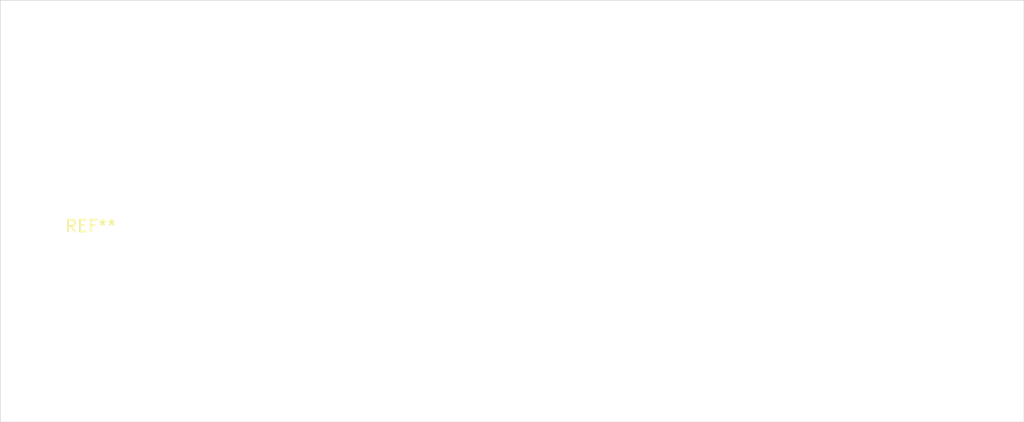
<source format=kicad_pcb>
(kicad_pcb (version 20171130) (host pcbnew "(5.1.10)-1")

  (general
    (thickness 1.6)
    (drawings 4)
    (tracks 0)
    (zones 0)
    (modules 1)
    (nets 1)
  )

  (page A4)
  (layers
    (0 F.Cu signal)
    (31 B.Cu signal)
    (32 B.Adhes user)
    (33 F.Adhes user)
    (34 B.Paste user)
    (35 F.Paste user)
    (36 B.SilkS user)
    (37 F.SilkS user)
    (38 B.Mask user)
    (39 F.Mask user)
    (40 Dwgs.User user)
    (41 Cmts.User user)
    (42 Eco1.User user)
    (43 Eco2.User user)
    (44 Edge.Cuts user)
    (45 Margin user)
    (46 B.CrtYd user)
    (47 F.CrtYd user)
    (48 B.Fab user)
    (49 F.Fab user)
  )

  (setup
    (last_trace_width 0.25)
    (trace_clearance 0.2)
    (zone_clearance 0.508)
    (zone_45_only no)
    (trace_min 0.2)
    (via_size 0.8)
    (via_drill 0.4)
    (via_min_size 0.4)
    (via_min_drill 0.3)
    (uvia_size 0.3)
    (uvia_drill 0.1)
    (uvias_allowed no)
    (uvia_min_size 0.2)
    (uvia_min_drill 0.1)
    (edge_width 0.05)
    (segment_width 0.2)
    (pcb_text_width 0.3)
    (pcb_text_size 1.5 1.5)
    (mod_edge_width 0.12)
    (mod_text_size 1 1)
    (mod_text_width 0.15)
    (pad_size 1.524 1.524)
    (pad_drill 0.762)
    (pad_to_mask_clearance 0)
    (aux_axis_origin 0 0)
    (visible_elements FFFFFF7F)
    (pcbplotparams
      (layerselection 0x00008_7ffffffe)
      (usegerberextensions false)
      (usegerberattributes true)
      (usegerberadvancedattributes true)
      (creategerberjobfile true)
      (excludeedgelayer true)
      (linewidth 0.100000)
      (plotframeref false)
      (viasonmask false)
      (mode 1)
      (useauxorigin false)
      (hpglpennumber 1)
      (hpglpenspeed 20)
      (hpglpendiameter 15.000000)
      (psnegative false)
      (psa4output false)
      (plotreference true)
      (plotvalue true)
      (plotinvisibletext false)
      (padsonsilk false)
      (subtractmaskfromsilk false)
      (outputformat 1)
      (mirror false)
      (drillshape 0)
      (scaleselection 1)
      (outputdirectory ""))
  )

  (net 0 "")

  (net_class Default "This is the default net class."
    (clearance 0.2)
    (trace_width 0.25)
    (via_dia 0.8)
    (via_drill 0.4)
    (uvia_dia 0.3)
    (uvia_drill 0.1)
  )

  (module unl_silab:TFPX_stencil_UNL_pattern (layer F.Cu) (tedit 6099A9FD) (tstamp 6099A6F6)
    (at 111.76 78.74)
    (fp_text reference REF** (at -15.24 10.16) (layer F.SilkS)
      (effects (font (size 1 1) (thickness 0.15)))
    )
    (fp_text value TFPX_stencil_UNL_pattern (at -12.7 8.89) (layer F.Fab)
      (effects (font (size 1 1) (thickness 0.15)))
    )
    (pad "" smd roundrect (at 53.71 7.91) (size 7.32 6.32) (layers F.Paste) (roundrect_rratio 0.4))
    (pad "" smd circle (at -11.29 7.91) (size 6.32 6.32) (layers F.Paste))
    (pad "" smd rect (at 20.8 15.82) (size 42.2 0.5) (layers F.Paste))
    (pad 1 smd rect (at 42 13.5) (size 1 0.5) (layers F.Paste))
    (pad 1 smd rect (at 40 13.5) (size 1 0.5) (layers F.Paste))
    (pad 1 smd rect (at 38 13.5) (size 1 0.5) (layers F.Paste))
    (pad 1 smd rect (at 36 13.5) (size 1 0.5) (layers F.Paste))
    (pad 1 smd rect (at 34 13.5) (size 1 0.5) (layers F.Paste))
    (pad 1 smd rect (at 32 13.5) (size 1 0.5) (layers F.Paste))
    (pad 1 smd rect (at 30 13.5) (size 1 0.5) (layers F.Paste))
    (pad 1 smd rect (at 28 13.5) (size 1 0.5) (layers F.Paste))
    (pad 1 smd rect (at 26 13.5) (size 1 0.5) (layers F.Paste))
    (pad 1 smd rect (at 24 13.5) (size 1 0.5) (layers F.Paste))
    (pad 1 smd rect (at 22 13.5) (size 1 0.5) (layers F.Paste))
    (pad 1 smd rect (at 20 13.5) (size 1 0.5) (layers F.Paste))
    (pad 1 smd rect (at 18 13.5) (size 1 0.5) (layers F.Paste))
    (pad 1 smd rect (at 16 13.5) (size 1 0.5) (layers F.Paste))
    (pad 1 smd rect (at 14 13.5) (size 1 0.5) (layers F.Paste))
    (pad 1 smd rect (at 12 13.5) (size 1 0.5) (layers F.Paste))
    (pad 1 smd rect (at 10 13.5) (size 1 0.5) (layers F.Paste))
    (pad 1 smd rect (at 8 13.5) (size 1 0.5) (layers F.Paste))
    (pad 1 smd rect (at 6 13.5) (size 1 0.5) (layers F.Paste))
    (pad 1 smd rect (at 4 13.5) (size 1 0.5) (layers F.Paste))
    (pad 1 smd rect (at 2 13.5) (size 1 0.5) (layers F.Paste))
    (pad 1 smd rect (at 0 13.5) (size 1 0.5) (layers F.Paste))
    (pad 1 smd rect (at 42 12) (size 1 0.5) (layers F.Paste))
    (pad 1 smd rect (at 40 12) (size 1 0.5) (layers F.Paste))
    (pad 1 smd rect (at 38 12) (size 1 0.5) (layers F.Paste))
    (pad 1 smd rect (at 36 12) (size 1 0.5) (layers F.Paste))
    (pad 1 smd rect (at 34 12) (size 1 0.5) (layers F.Paste))
    (pad 1 smd rect (at 32 12) (size 1 0.5) (layers F.Paste))
    (pad 1 smd rect (at 30 12) (size 1 0.5) (layers F.Paste))
    (pad 1 smd rect (at 28 12) (size 1 0.5) (layers F.Paste))
    (pad 1 smd rect (at 26 12) (size 1 0.5) (layers F.Paste))
    (pad 1 smd rect (at 24 12) (size 1 0.5) (layers F.Paste))
    (pad 1 smd rect (at 22 12) (size 1 0.5) (layers F.Paste))
    (pad 1 smd rect (at 20 12) (size 1 0.5) (layers F.Paste))
    (pad 1 smd rect (at 18 12) (size 1 0.5) (layers F.Paste))
    (pad 1 smd rect (at 16 12) (size 1 0.5) (layers F.Paste))
    (pad 1 smd rect (at 14 12) (size 1 0.5) (layers F.Paste))
    (pad 1 smd rect (at 12 12) (size 1 0.5) (layers F.Paste))
    (pad 1 smd rect (at 10 12) (size 1 0.5) (layers F.Paste))
    (pad 1 smd rect (at 8 12) (size 1 0.5) (layers F.Paste))
    (pad 1 smd rect (at 6 12) (size 1 0.5) (layers F.Paste))
    (pad 1 smd rect (at 4 12) (size 1 0.5) (layers F.Paste))
    (pad 1 smd rect (at 2 12) (size 1 0.5) (layers F.Paste))
    (pad 1 smd rect (at 0 12) (size 1 0.5) (layers F.Paste))
    (pad 1 smd rect (at 42 10.5) (size 1 0.5) (layers F.Paste))
    (pad 1 smd rect (at 40 10.5) (size 1 0.5) (layers F.Paste))
    (pad 1 smd rect (at 38 10.5) (size 1 0.5) (layers F.Paste))
    (pad 1 smd rect (at 36 10.5) (size 1 0.5) (layers F.Paste))
    (pad 1 smd rect (at 34 10.5) (size 1 0.5) (layers F.Paste))
    (pad 1 smd rect (at 32 10.5) (size 1 0.5) (layers F.Paste))
    (pad 1 smd rect (at 30 10.5) (size 1 0.5) (layers F.Paste))
    (pad 1 smd rect (at 28 10.5) (size 1 0.5) (layers F.Paste))
    (pad 1 smd rect (at 26 10.5) (size 1 0.5) (layers F.Paste))
    (pad 1 smd rect (at 24 10.5) (size 1 0.5) (layers F.Paste))
    (pad 1 smd rect (at 22 10.5) (size 1 0.5) (layers F.Paste))
    (pad 1 smd rect (at 20 10.5) (size 1 0.5) (layers F.Paste))
    (pad 1 smd rect (at 18 10.5) (size 1 0.5) (layers F.Paste))
    (pad 1 smd rect (at 16 10.5) (size 1 0.5) (layers F.Paste))
    (pad 1 smd rect (at 14 10.5) (size 1 0.5) (layers F.Paste))
    (pad 1 smd rect (at 12 10.5) (size 1 0.5) (layers F.Paste))
    (pad 1 smd rect (at 10 10.5) (size 1 0.5) (layers F.Paste))
    (pad 1 smd rect (at 8 10.5) (size 1 0.5) (layers F.Paste))
    (pad 1 smd rect (at 6 10.5) (size 1 0.5) (layers F.Paste))
    (pad 1 smd rect (at 4 10.5) (size 1 0.5) (layers F.Paste))
    (pad 1 smd rect (at 2 10.5) (size 1 0.5) (layers F.Paste))
    (pad 1 smd rect (at 0 10.5) (size 1 0.5) (layers F.Paste))
    (pad 1 smd rect (at 42 9) (size 1 0.5) (layers F.Paste))
    (pad 1 smd rect (at 40 9) (size 1 0.5) (layers F.Paste))
    (pad 1 smd rect (at 38 9) (size 1 0.5) (layers F.Paste))
    (pad 1 smd rect (at 36 9) (size 1 0.5) (layers F.Paste))
    (pad 1 smd rect (at 34 9) (size 1 0.5) (layers F.Paste))
    (pad 1 smd rect (at 32 9) (size 1 0.5) (layers F.Paste))
    (pad 1 smd rect (at 30 9) (size 1 0.5) (layers F.Paste))
    (pad 1 smd rect (at 28 9) (size 1 0.5) (layers F.Paste))
    (pad 1 smd rect (at 26 9) (size 1 0.5) (layers F.Paste))
    (pad 1 smd rect (at 24 9) (size 1 0.5) (layers F.Paste))
    (pad 1 smd rect (at 22 9) (size 1 0.5) (layers F.Paste))
    (pad 1 smd rect (at 20 9) (size 1 0.5) (layers F.Paste))
    (pad 1 smd rect (at 18 9) (size 1 0.5) (layers F.Paste))
    (pad 1 smd rect (at 16 9) (size 1 0.5) (layers F.Paste))
    (pad 1 smd rect (at 14 9) (size 1 0.5) (layers F.Paste))
    (pad 1 smd rect (at 12 9) (size 1 0.5) (layers F.Paste))
    (pad 1 smd rect (at 10 9) (size 1 0.5) (layers F.Paste))
    (pad 1 smd rect (at 8 9) (size 1 0.5) (layers F.Paste))
    (pad 1 smd rect (at 6 9) (size 1 0.5) (layers F.Paste))
    (pad 1 smd rect (at 4 9) (size 1 0.5) (layers F.Paste))
    (pad 1 smd rect (at 2 9) (size 1 0.5) (layers F.Paste))
    (pad 1 smd rect (at 0 9) (size 1 0.5) (layers F.Paste))
    (pad 1 smd rect (at 42 7.5) (size 1 0.5) (layers F.Paste))
    (pad 1 smd rect (at 40 7.5) (size 1 0.5) (layers F.Paste))
    (pad 1 smd rect (at 38 7.5) (size 1 0.5) (layers F.Paste))
    (pad 1 smd rect (at 36 7.5) (size 1 0.5) (layers F.Paste))
    (pad 1 smd rect (at 34 7.5) (size 1 0.5) (layers F.Paste))
    (pad 1 smd rect (at 32 7.5) (size 1 0.5) (layers F.Paste))
    (pad 1 smd rect (at 30 7.5) (size 1 0.5) (layers F.Paste))
    (pad 1 smd rect (at 28 7.5) (size 1 0.5) (layers F.Paste))
    (pad 1 smd rect (at 26 7.5) (size 1 0.5) (layers F.Paste))
    (pad 1 smd rect (at 24 7.5) (size 1 0.5) (layers F.Paste))
    (pad 1 smd rect (at 22 7.5) (size 1 0.5) (layers F.Paste))
    (pad 1 smd rect (at 20 7.5) (size 1 0.5) (layers F.Paste))
    (pad 1 smd rect (at 18 7.5) (size 1 0.5) (layers F.Paste))
    (pad 1 smd rect (at 16 7.5) (size 1 0.5) (layers F.Paste))
    (pad 1 smd rect (at 14 7.5) (size 1 0.5) (layers F.Paste))
    (pad 1 smd rect (at 12 7.5) (size 1 0.5) (layers F.Paste))
    (pad 1 smd rect (at 10 7.5) (size 1 0.5) (layers F.Paste))
    (pad 1 smd rect (at 8 7.5) (size 1 0.5) (layers F.Paste))
    (pad 1 smd rect (at 6 7.5) (size 1 0.5) (layers F.Paste))
    (pad 1 smd rect (at 4 7.5) (size 1 0.5) (layers F.Paste))
    (pad 1 smd rect (at 2 7.5) (size 1 0.5) (layers F.Paste))
    (pad 1 smd rect (at 0 7.5) (size 1 0.5) (layers F.Paste))
    (pad 1 smd rect (at 42 6) (size 1 0.5) (layers F.Paste))
    (pad 1 smd rect (at 40 6) (size 1 0.5) (layers F.Paste))
    (pad 1 smd rect (at 38 6) (size 1 0.5) (layers F.Paste))
    (pad 1 smd rect (at 36 6) (size 1 0.5) (layers F.Paste))
    (pad 1 smd rect (at 34 6) (size 1 0.5) (layers F.Paste))
    (pad 1 smd rect (at 32 6) (size 1 0.5) (layers F.Paste))
    (pad 1 smd rect (at 30 6) (size 1 0.5) (layers F.Paste))
    (pad 1 smd rect (at 28 6) (size 1 0.5) (layers F.Paste))
    (pad 1 smd rect (at 26 6) (size 1 0.5) (layers F.Paste))
    (pad 1 smd rect (at 24 6) (size 1 0.5) (layers F.Paste))
    (pad 1 smd rect (at 22 6) (size 1 0.5) (layers F.Paste))
    (pad 1 smd rect (at 20 6) (size 1 0.5) (layers F.Paste))
    (pad 1 smd rect (at 18 6) (size 1 0.5) (layers F.Paste))
    (pad 1 smd rect (at 16 6) (size 1 0.5) (layers F.Paste))
    (pad 1 smd rect (at 14 6) (size 1 0.5) (layers F.Paste))
    (pad 1 smd rect (at 12 6) (size 1 0.5) (layers F.Paste))
    (pad 1 smd rect (at 10 6) (size 1 0.5) (layers F.Paste))
    (pad 1 smd rect (at 8 6) (size 1 0.5) (layers F.Paste))
    (pad 1 smd rect (at 6 6) (size 1 0.5) (layers F.Paste))
    (pad 1 smd rect (at 4 6) (size 1 0.5) (layers F.Paste))
    (pad 1 smd rect (at 2 6) (size 1 0.5) (layers F.Paste))
    (pad 1 smd rect (at 0 6) (size 1 0.5) (layers F.Paste))
    (pad 1 smd rect (at 42 4.5) (size 1 0.5) (layers F.Paste))
    (pad 1 smd rect (at 40 4.5) (size 1 0.5) (layers F.Paste))
    (pad 1 smd rect (at 38 4.5) (size 1 0.5) (layers F.Paste))
    (pad 1 smd rect (at 36 4.5) (size 1 0.5) (layers F.Paste))
    (pad 1 smd rect (at 34 4.5) (size 1 0.5) (layers F.Paste))
    (pad 1 smd rect (at 32 4.5) (size 1 0.5) (layers F.Paste))
    (pad 1 smd rect (at 30 4.5) (size 1 0.5) (layers F.Paste))
    (pad 1 smd rect (at 28 4.5) (size 1 0.5) (layers F.Paste))
    (pad 1 smd rect (at 26 4.5) (size 1 0.5) (layers F.Paste))
    (pad 1 smd rect (at 24 4.5) (size 1 0.5) (layers F.Paste))
    (pad 1 smd rect (at 22 4.5) (size 1 0.5) (layers F.Paste))
    (pad 1 smd rect (at 20 4.5) (size 1 0.5) (layers F.Paste))
    (pad 1 smd rect (at 18 4.5) (size 1 0.5) (layers F.Paste))
    (pad 1 smd rect (at 16 4.5) (size 1 0.5) (layers F.Paste))
    (pad 1 smd rect (at 14 4.5) (size 1 0.5) (layers F.Paste))
    (pad 1 smd rect (at 12 4.5) (size 1 0.5) (layers F.Paste))
    (pad 1 smd rect (at 10 4.5) (size 1 0.5) (layers F.Paste))
    (pad 1 smd rect (at 8 4.5) (size 1 0.5) (layers F.Paste))
    (pad 1 smd rect (at 6 4.5) (size 1 0.5) (layers F.Paste))
    (pad 1 smd rect (at 4 4.5) (size 1 0.5) (layers F.Paste))
    (pad 1 smd rect (at 2 4.5) (size 1 0.5) (layers F.Paste))
    (pad 1 smd rect (at 0 4.5) (size 1 0.5) (layers F.Paste))
    (pad 1 smd rect (at 42 3) (size 1 0.5) (layers F.Paste))
    (pad 1 smd rect (at 40 3) (size 1 0.5) (layers F.Paste))
    (pad 1 smd rect (at 38 3) (size 1 0.5) (layers F.Paste))
    (pad 1 smd rect (at 36 3) (size 1 0.5) (layers F.Paste))
    (pad 1 smd rect (at 34 3) (size 1 0.5) (layers F.Paste))
    (pad 1 smd rect (at 32 3) (size 1 0.5) (layers F.Paste))
    (pad 1 smd rect (at 30 3) (size 1 0.5) (layers F.Paste))
    (pad 1 smd rect (at 28 3) (size 1 0.5) (layers F.Paste))
    (pad 1 smd rect (at 26 3) (size 1 0.5) (layers F.Paste))
    (pad 1 smd rect (at 24 3) (size 1 0.5) (layers F.Paste))
    (pad 1 smd rect (at 22 3) (size 1 0.5) (layers F.Paste))
    (pad 1 smd rect (at 20 3) (size 1 0.5) (layers F.Paste))
    (pad 1 smd rect (at 18 3) (size 1 0.5) (layers F.Paste))
    (pad 1 smd rect (at 16 3) (size 1 0.5) (layers F.Paste))
    (pad 1 smd rect (at 14 3) (size 1 0.5) (layers F.Paste))
    (pad 1 smd rect (at 12 3) (size 1 0.5) (layers F.Paste))
    (pad 1 smd rect (at 10 3) (size 1 0.5) (layers F.Paste))
    (pad 1 smd rect (at 8 3) (size 1 0.5) (layers F.Paste))
    (pad 1 smd rect (at 6 3) (size 1 0.5) (layers F.Paste))
    (pad 1 smd rect (at 4 3) (size 1 0.5) (layers F.Paste))
    (pad 1 smd rect (at 2 3) (size 1 0.5) (layers F.Paste))
    (pad 1 smd rect (at 0 3) (size 1 0.5) (layers F.Paste))
    (pad 1 smd rect (at 42 1.5) (size 1 0.5) (layers F.Paste))
    (pad 1 smd rect (at 40 1.5) (size 1 0.5) (layers F.Paste))
    (pad 1 smd rect (at 38 1.5) (size 1 0.5) (layers F.Paste))
    (pad 1 smd rect (at 36 1.5) (size 1 0.5) (layers F.Paste))
    (pad 1 smd rect (at 34 1.5) (size 1 0.5) (layers F.Paste))
    (pad 1 smd rect (at 32 1.5) (size 1 0.5) (layers F.Paste))
    (pad 1 smd rect (at 30 1.5) (size 1 0.5) (layers F.Paste))
    (pad 1 smd rect (at 28 1.5) (size 1 0.5) (layers F.Paste))
    (pad 1 smd rect (at 26 1.5) (size 1 0.5) (layers F.Paste))
    (pad 1 smd rect (at 24 1.5) (size 1 0.5) (layers F.Paste))
    (pad 1 smd rect (at 22 1.5) (size 1 0.5) (layers F.Paste))
    (pad 1 smd rect (at 20 1.5) (size 1 0.5) (layers F.Paste))
    (pad 1 smd rect (at 18 1.5) (size 1 0.5) (layers F.Paste))
    (pad 1 smd rect (at 16 1.5) (size 1 0.5) (layers F.Paste))
    (pad 1 smd rect (at 14 1.5) (size 1 0.5) (layers F.Paste))
    (pad 1 smd rect (at 12 1.5) (size 1 0.5) (layers F.Paste))
    (pad 1 smd rect (at 10 1.5) (size 1 0.5) (layers F.Paste))
    (pad 1 smd rect (at 8 1.5) (size 1 0.5) (layers F.Paste))
    (pad 1 smd rect (at 6 1.5) (size 1 0.5) (layers F.Paste))
    (pad 1 smd rect (at 4 1.5) (size 1 0.5) (layers F.Paste))
    (pad 1 smd rect (at 2 1.5) (size 1 0.5) (layers F.Paste))
    (pad 1 smd rect (at 0 1.5) (size 1 0.5) (layers F.Paste))
    (pad 1 smd rect (at 42 0) (size 1 0.5) (layers F.Paste))
    (pad 1 smd rect (at 40 0) (size 1 0.5) (layers F.Paste))
    (pad 1 smd rect (at 38 0) (size 1 0.5) (layers F.Paste))
    (pad 1 smd rect (at 36 0) (size 1 0.5) (layers F.Paste))
    (pad 1 smd rect (at 34 0) (size 1 0.5) (layers F.Paste))
    (pad 1 smd rect (at 32 0) (size 1 0.5) (layers F.Paste))
    (pad 1 smd rect (at 30 0) (size 1 0.5) (layers F.Paste))
    (pad 1 smd rect (at 28 0) (size 1 0.5) (layers F.Paste))
    (pad 1 smd rect (at 26 0) (size 1 0.5) (layers F.Paste))
    (pad 1 smd rect (at 24 0) (size 1 0.5) (layers F.Paste))
    (pad 1 smd rect (at 22 0) (size 1 0.5) (layers F.Paste))
    (pad 1 smd rect (at 20 0) (size 1 0.5) (layers F.Paste))
    (pad 1 smd rect (at 18 0) (size 1 0.5) (layers F.Paste))
    (pad 1 smd rect (at 16 0) (size 1 0.5) (layers F.Paste))
    (pad 1 smd rect (at 14 0) (size 1 0.5) (layers F.Paste))
    (pad 1 smd rect (at 12 0) (size 1 0.5) (layers F.Paste))
    (pad 1 smd rect (at 10 0) (size 1 0.5) (layers F.Paste))
    (pad 1 smd rect (at 8 0) (size 1 0.5) (layers F.Paste))
    (pad 1 smd rect (at 6 0) (size 1 0.5) (layers F.Paste))
    (pad 1 smd rect (at 4 0) (size 1 0.5) (layers F.Paste))
    (pad 1 smd rect (at 2 0) (size 1 0.5) (layers F.Paste))
    (pad 1 smd rect (at 0 0) (size 1 0.5) (layers F.Paste))
  )

  (gr_line (start 88.9 105.41) (end 88.9 69.85) (layer Edge.Cuts) (width 0.05) (tstamp 6099BF17))
  (gr_line (start 175.26 105.41) (end 88.9 105.41) (layer Edge.Cuts) (width 0.05))
  (gr_line (start 175.26 69.85) (end 175.26 105.41) (layer Edge.Cuts) (width 0.05))
  (gr_line (start 88.9 69.85) (end 175.26 69.85) (layer Edge.Cuts) (width 0.05))

)

</source>
